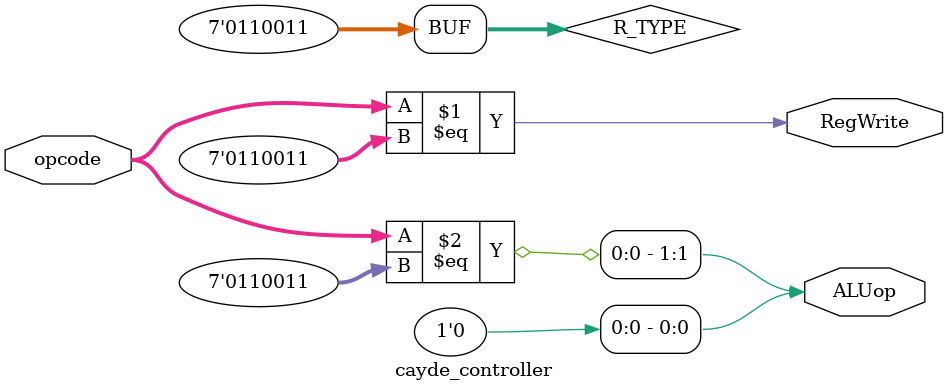
<source format=sv>
/*
*	Control module for cayde
*/

module cayde_controller(input logic [6:0]opcode,
			output logic RegWrite,
			output logic [1:0] ALUop,
		       );

	logic [6:0] R_TYPE = 7'b0110011;

	assign RegWrite = (opcode==R_TYPE);
	assign ALUop[0] = 1'b0;
	assign ALUop[1] = (opcode==R_TYPE);
endmodule

</source>
